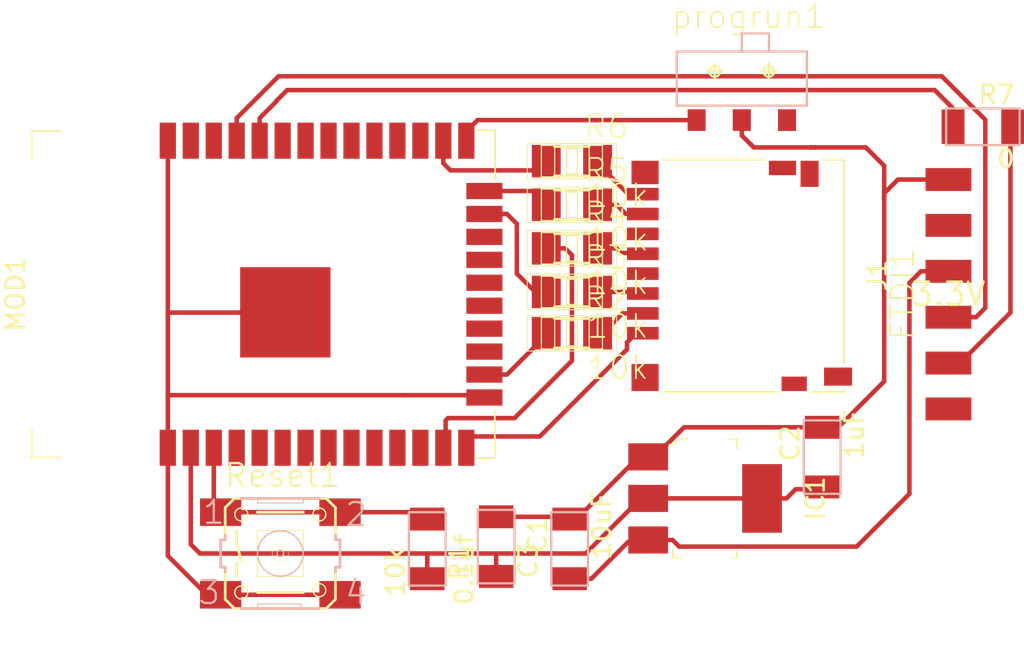
<source format=kicad_pcb>
(kicad_pcb (version 20171130) (host pcbnew "(5.1.4-0-10_14)")

  (general
    (thickness 1.6)
    (drawings 2)
    (tracks 112)
    (zones 0)
    (modules 16)
    (nets 52)
  )

  (page A4)
  (layers
    (0 F.Cu signal)
    (31 B.Cu signal)
    (32 B.Adhes user)
    (33 F.Adhes user)
    (34 B.Paste user)
    (35 F.Paste user)
    (36 B.SilkS user)
    (37 F.SilkS user)
    (38 B.Mask user)
    (39 F.Mask user hide)
    (40 Dwgs.User user)
    (41 Cmts.User user)
    (42 Eco1.User user hide)
    (43 Eco2.User user hide)
    (44 Edge.Cuts user)
    (45 Margin user)
    (46 B.CrtYd user)
    (47 F.CrtYd user)
    (48 B.Fab user)
    (49 F.Fab user)
  )

  (setup
    (last_trace_width 0.25)
    (trace_clearance 0.2)
    (zone_clearance 0.508)
    (zone_45_only no)
    (trace_min 0.2)
    (via_size 0.8)
    (via_drill 0.4)
    (via_min_size 0.4)
    (via_min_drill 0.3)
    (uvia_size 0.3)
    (uvia_drill 0.1)
    (uvias_allowed no)
    (uvia_min_size 0.2)
    (uvia_min_drill 0.1)
    (edge_width 0.05)
    (segment_width 0.2)
    (pcb_text_width 0.3)
    (pcb_text_size 1.5 1.5)
    (mod_edge_width 0.12)
    (mod_text_size 1 1)
    (mod_text_width 0.15)
    (pad_size 1.524 1.524)
    (pad_drill 0.762)
    (pad_to_mask_clearance 0.051)
    (solder_mask_min_width 0.25)
    (aux_axis_origin 0 0)
    (visible_elements FFFFFF7F)
    (pcbplotparams
      (layerselection 0x010fc_ffffffff)
      (usegerberextensions false)
      (usegerberattributes false)
      (usegerberadvancedattributes false)
      (creategerberjobfile false)
      (excludeedgelayer true)
      (linewidth 0.100000)
      (plotframeref false)
      (viasonmask false)
      (mode 1)
      (useauxorigin false)
      (hpglpennumber 1)
      (hpglpenspeed 20)
      (hpglpendiameter 15.000000)
      (psnegative false)
      (psa4output false)
      (plotreference true)
      (plotvalue true)
      (plotinvisibletext false)
      (padsonsilk false)
      (subtractmaskfromsilk false)
      (outputformat 1)
      (mirror false)
      (drillshape 1)
      (scaleselection 1)
      (outputdirectory ""))
  )

  (net 0 "")
  (net 1 "Net-(C1-Pad1)")
  (net 2 GND)
  (net 3 /VCC3.3)
  (net 4 "Net-(FTDI1-Pad6)")
  (net 5 /RX)
  (net 6 /TX)
  (net 7 "Net-(FTDI1-Pad2)")
  (net 8 "Net-(MOD1-Pad25)")
  (net 9 "Net-(MOD1-Pad27)")
  (net 10 "Net-(MOD1-Pad28)")
  (net 11 "Net-(MOD1-Pad29)")
  (net 12 "Net-(MOD1-Pad30)")
  (net 13 "Net-(MOD1-Pad31)")
  (net 14 "Net-(MOD1-Pad32)")
  (net 15 "Net-(MOD1-Pad33)")
  (net 16 "Net-(MOD1-Pad36)")
  (net 17 "Net-(MOD1-Pad37)")
  (net 18 "Net-(MOD1-Pad12)")
  (net 19 "Net-(MOD1-Pad11)")
  (net 20 "Net-(MOD1-Pad10)")
  (net 21 "Net-(MOD1-Pad9)")
  (net 22 "Net-(MOD1-Pad8)")
  (net 23 "Net-(MOD1-Pad7)")
  (net 24 "Net-(MOD1-Pad6)")
  (net 25 "Net-(MOD1-Pad5)")
  (net 26 "Net-(MOD1-Pad4)")
  (net 27 /EN)
  (net 28 "Net-(MOD1-Pad22)")
  (net 29 "Net-(MOD1-Pad21)")
  (net 30 "Net-(MOD1-Pad20)")
  (net 31 "Net-(MOD1-Pad19)")
  (net 32 "Net-(MOD1-Pad18)")
  (net 33 "Net-(MOD1-Pad17)")
  (net 34 "Net-(J1-Pad10)")
  (net 35 "Net-(J1-Pad11)")
  (net 36 /Dat2)
  (net 37 "Net-(J1-Pad2)")
  (net 38 "Net-(J1-Pad3)")
  (net 39 "Net-(J1-Pad4)")
  (net 40 "Net-(J1-Pad5)")
  (net 41 "Net-(J1-Pad6)")
  (net 42 "Net-(J1-Pad7)")
  (net 43 "Net-(J1-Pad9)")
  (net 44 "Net-(J1-Pad8)")
  (net 45 /Dat1)
  (net 46 /CLK)
  (net 47 /Dat0)
  (net 48 /CMD)
  (net 49 /Dat3)
  (net 50 "Net-(progrun1-Pad1)")
  (net 51 "Net-(FTDI1-Pad5)")

  (net_class Default "This is the default net class."
    (clearance 0.2)
    (trace_width 0.25)
    (via_dia 0.8)
    (via_drill 0.4)
    (uvia_dia 0.3)
    (uvia_drill 0.1)
    (add_net /CLK)
    (add_net /CMD)
    (add_net /Dat0)
    (add_net /Dat1)
    (add_net /Dat2)
    (add_net /Dat3)
    (add_net /EN)
    (add_net /RX)
    (add_net /TX)
    (add_net /VCC3.3)
    (add_net GND)
    (add_net "Net-(C1-Pad1)")
    (add_net "Net-(FTDI1-Pad2)")
    (add_net "Net-(FTDI1-Pad5)")
    (add_net "Net-(FTDI1-Pad6)")
    (add_net "Net-(J1-Pad10)")
    (add_net "Net-(J1-Pad11)")
    (add_net "Net-(J1-Pad2)")
    (add_net "Net-(J1-Pad3)")
    (add_net "Net-(J1-Pad4)")
    (add_net "Net-(J1-Pad5)")
    (add_net "Net-(J1-Pad6)")
    (add_net "Net-(J1-Pad7)")
    (add_net "Net-(J1-Pad8)")
    (add_net "Net-(J1-Pad9)")
    (add_net "Net-(MOD1-Pad10)")
    (add_net "Net-(MOD1-Pad11)")
    (add_net "Net-(MOD1-Pad12)")
    (add_net "Net-(MOD1-Pad17)")
    (add_net "Net-(MOD1-Pad18)")
    (add_net "Net-(MOD1-Pad19)")
    (add_net "Net-(MOD1-Pad20)")
    (add_net "Net-(MOD1-Pad21)")
    (add_net "Net-(MOD1-Pad22)")
    (add_net "Net-(MOD1-Pad25)")
    (add_net "Net-(MOD1-Pad27)")
    (add_net "Net-(MOD1-Pad28)")
    (add_net "Net-(MOD1-Pad29)")
    (add_net "Net-(MOD1-Pad30)")
    (add_net "Net-(MOD1-Pad31)")
    (add_net "Net-(MOD1-Pad32)")
    (add_net "Net-(MOD1-Pad33)")
    (add_net "Net-(MOD1-Pad36)")
    (add_net "Net-(MOD1-Pad37)")
    (add_net "Net-(MOD1-Pad4)")
    (add_net "Net-(MOD1-Pad5)")
    (add_net "Net-(MOD1-Pad6)")
    (add_net "Net-(MOD1-Pad7)")
    (add_net "Net-(MOD1-Pad8)")
    (add_net "Net-(MOD1-Pad9)")
    (add_net "Net-(progrun1-Pad1)")
  )

  (module digikey-footprints:ESP32-WROOM-32D (layer F.Cu) (tedit 5D288F29) (tstamp 5DD469C1)
    (at 140.843 91.821 90)
    (path /5DD274AA)
    (attr smd)
    (fp_text reference MOD1 (at 0.01 -16.69 90) (layer F.SilkS)
      (effects (font (size 1 1) (thickness 0.15)))
    )
    (fp_text value ESP32-WROOM-32 (at 0 11.88 90) (layer F.Fab)
      (effects (font (size 1 1) (thickness 0.15)))
    )
    (fp_line (start 9 -15.748) (end 9 9.755) (layer F.Fab) (width 0.1))
    (fp_line (start -9 -15.745) (end 9 -15.745) (layer F.Fab) (width 0.1))
    (fp_line (start -9 -15.748) (end -9 9.755) (layer F.Fab) (width 0.1))
    (fp_line (start -9 9.755) (end 9 9.755) (layer F.Fab) (width 0.1))
    (fp_line (start -9.07 9.83) (end -6.42 9.83) (layer F.SilkS) (width 0.1))
    (fp_line (start -9.07 8.78) (end -9.07 9.83) (layer F.SilkS) (width 0.1))
    (fp_line (start 9.08 9.85) (end 6.38 9.85) (layer F.SilkS) (width 0.1))
    (fp_line (start 9.08 8.81) (end 9.08 9.85) (layer F.SilkS) (width 0.1))
    (fp_line (start -9.04 -15.79) (end -7.41 -15.79) (layer F.SilkS) (width 0.1))
    (fp_line (start -9.04 -14.16) (end -9.04 -15.79) (layer F.SilkS) (width 0.1))
    (fp_line (start 9.03 -15.79) (end 7.39 -15.79) (layer F.SilkS) (width 0.1))
    (fp_line (start 9.03 -14.17) (end 9.03 -15.79) (layer F.SilkS) (width 0.1))
    (fp_text user REF** (at 0.01 -5.37 90) (layer F.Fab)
      (effects (font (size 1 1) (thickness 0.15)))
    )
    (fp_line (start 9.74 -16.04) (end -9.74 -16.04) (layer F.CrtYd) (width 0.1))
    (fp_line (start -9.77 -16.04) (end -9.77 10.47) (layer F.CrtYd) (width 0.1))
    (fp_line (start -9.77 10.47) (end 9.73 10.46) (layer F.CrtYd) (width 0.1))
    (fp_line (start 9.74 10.46) (end 9.74 -16.02) (layer F.CrtYd) (width 0.1))
    (pad 39 smd rect (at -1 -1.755 90) (size 5 5) (layers F.Cu F.Paste F.Mask)
      (net 2 GND))
    (pad 25 smd rect (at 8.5 8.255 90) (size 2 0.9) (layers F.Cu F.Paste F.Mask)
      (net 8 "Net-(MOD1-Pad25)"))
    (pad 26 smd rect (at 8.5 6.985 90) (size 2 0.9) (layers F.Cu F.Paste F.Mask)
      (net 45 /Dat1))
    (pad 27 smd rect (at 8.5 5.715 90) (size 2 0.9) (layers F.Cu F.Paste F.Mask)
      (net 9 "Net-(MOD1-Pad27)"))
    (pad 28 smd rect (at 8.5 4.445 90) (size 2 0.9) (layers F.Cu F.Paste F.Mask)
      (net 10 "Net-(MOD1-Pad28)"))
    (pad 29 smd rect (at 8.5 3.175 90) (size 2 0.9) (layers F.Cu F.Paste F.Mask)
      (net 11 "Net-(MOD1-Pad29)"))
    (pad 30 smd rect (at 8.5 1.905 90) (size 2 0.9) (layers F.Cu F.Paste F.Mask)
      (net 12 "Net-(MOD1-Pad30)"))
    (pad 31 smd rect (at 8.5 0.635 90) (size 2 0.9) (layers F.Cu F.Paste F.Mask)
      (net 13 "Net-(MOD1-Pad31)"))
    (pad 32 smd rect (at 8.5 -0.635 90) (size 2 0.9) (layers F.Cu F.Paste F.Mask)
      (net 14 "Net-(MOD1-Pad32)"))
    (pad 33 smd rect (at 8.5 -1.905 90) (size 2 0.9) (layers F.Cu F.Paste F.Mask)
      (net 15 "Net-(MOD1-Pad33)"))
    (pad 34 smd rect (at 8.5 -3.175 90) (size 2 0.9) (layers F.Cu F.Paste F.Mask)
      (net 5 /RX))
    (pad 35 smd rect (at 8.5 -4.445 90) (size 2 0.9) (layers F.Cu F.Paste F.Mask)
      (net 6 /TX))
    (pad 36 smd rect (at 8.5 -5.715 90) (size 2 0.9) (layers F.Cu F.Paste F.Mask)
      (net 16 "Net-(MOD1-Pad36)"))
    (pad 37 smd rect (at 8.5 -6.985 90) (size 2 0.9) (layers F.Cu F.Paste F.Mask)
      (net 17 "Net-(MOD1-Pad37)"))
    (pad 38 smd rect (at 8.5 -8.255 90) (size 2 0.9) (layers F.Cu F.Paste F.Mask)
      (net 2 GND))
    (pad 14 smd rect (at -8.5 8.255 90) (size 2 0.9) (layers F.Cu F.Paste F.Mask)
      (net 36 /Dat2))
    (pad 13 smd rect (at -8.5 6.985 90) (size 2 0.9) (layers F.Cu F.Paste F.Mask)
      (net 46 /CLK))
    (pad 12 smd rect (at -8.5 5.715 90) (size 2 0.9) (layers F.Cu F.Paste F.Mask)
      (net 18 "Net-(MOD1-Pad12)"))
    (pad 11 smd rect (at -8.5 4.445 90) (size 2 0.9) (layers F.Cu F.Paste F.Mask)
      (net 19 "Net-(MOD1-Pad11)"))
    (pad 10 smd rect (at -8.5 3.175 90) (size 2 0.9) (layers F.Cu F.Paste F.Mask)
      (net 20 "Net-(MOD1-Pad10)"))
    (pad 9 smd rect (at -8.5 1.905 90) (size 2 0.9) (layers F.Cu F.Paste F.Mask)
      (net 21 "Net-(MOD1-Pad9)"))
    (pad 8 smd rect (at -8.5 0.635 90) (size 2 0.9) (layers F.Cu F.Paste F.Mask)
      (net 22 "Net-(MOD1-Pad8)"))
    (pad 7 smd rect (at -8.5 -0.635 90) (size 2 0.9) (layers F.Cu F.Paste F.Mask)
      (net 23 "Net-(MOD1-Pad7)"))
    (pad 6 smd rect (at -8.5 -1.905 90) (size 2 0.9) (layers F.Cu F.Paste F.Mask)
      (net 24 "Net-(MOD1-Pad6)"))
    (pad 5 smd rect (at -8.5 -3.175 90) (size 2 0.9) (layers F.Cu F.Paste F.Mask)
      (net 25 "Net-(MOD1-Pad5)"))
    (pad 4 smd rect (at -8.5 -4.445 90) (size 2 0.9) (layers F.Cu F.Paste F.Mask)
      (net 26 "Net-(MOD1-Pad4)"))
    (pad 3 smd rect (at -8.5 -5.715 90) (size 2 0.9) (layers F.Cu F.Paste F.Mask)
      (net 27 /EN))
    (pad 2 smd rect (at -8.5 -6.985 90) (size 2 0.9) (layers F.Cu F.Paste F.Mask)
      (net 3 /VCC3.3))
    (pad 24 smd rect (at 5.715 9.255 180) (size 2 0.9) (layers F.Cu F.Paste F.Mask)
      (net 47 /Dat0))
    (pad 23 smd rect (at 4.445 9.255 180) (size 2 0.9) (layers F.Cu F.Paste F.Mask)
      (net 48 /CMD))
    (pad 22 smd rect (at 3.175 9.255 180) (size 2 0.9) (layers F.Cu F.Paste F.Mask)
      (net 28 "Net-(MOD1-Pad22)"))
    (pad 21 smd rect (at 1.905 9.255 180) (size 2 0.9) (layers F.Cu F.Paste F.Mask)
      (net 29 "Net-(MOD1-Pad21)"))
    (pad 20 smd rect (at 0.635 9.255 180) (size 2 0.9) (layers F.Cu F.Paste F.Mask)
      (net 30 "Net-(MOD1-Pad20)"))
    (pad 19 smd rect (at -0.635 9.255 180) (size 2 0.9) (layers F.Cu F.Paste F.Mask)
      (net 31 "Net-(MOD1-Pad19)"))
    (pad 18 smd rect (at -1.905 9.255 180) (size 2 0.9) (layers F.Cu F.Paste F.Mask)
      (net 32 "Net-(MOD1-Pad18)"))
    (pad 17 smd rect (at -3.175 9.255 180) (size 2 0.9) (layers F.Cu F.Paste F.Mask)
      (net 33 "Net-(MOD1-Pad17)"))
    (pad 16 smd rect (at -4.445 9.255 180) (size 2 0.9) (layers F.Cu F.Paste F.Mask)
      (net 49 /Dat3))
    (pad 15 smd rect (at -5.715 9.255 180) (size 2 0.9) (layers F.Cu F.Paste F.Mask)
      (net 2 GND))
    (pad 1 smd rect (at -8.5 -8.255 90) (size 2 0.9) (layers F.Cu F.Paste F.Mask)
      (net 2 GND))
  )

  (module fab:fab-R1206FAB (layer F.Cu) (tedit 200000) (tstamp 5DD564D8)
    (at 177.673 82.55)
    (path /5DDA40D0)
    (attr smd)
    (fp_text reference R7 (at 0.762 -1.778) (layer F.SilkS)
      (effects (font (size 1.016 1.016) (thickness 0.1524)))
    )
    (fp_text value 0 (at 1.27 1.778) (layer F.SilkS)
      (effects (font (size 1.016 1.016) (thickness 0.1524)))
    )
    (fp_line (start -2.032 1.016) (end -2.032 -1.016) (layer B.SilkS) (width 0.127))
    (fp_line (start 2.032 1.016) (end -2.032 1.016) (layer B.SilkS) (width 0.127))
    (fp_line (start 2.032 -1.016) (end 2.032 1.016) (layer B.SilkS) (width 0.127))
    (fp_line (start -2.032 -1.016) (end 2.032 -1.016) (layer B.SilkS) (width 0.127))
    (pad 2 smd rect (at 1.651 0) (size 1.27 1.905) (layers F.Cu F.Paste F.Mask)
      (net 51 "Net-(FTDI1-Pad5)"))
    (pad 1 smd rect (at -1.651 0) (size 1.27 1.905) (layers F.Cu F.Paste F.Mask)
      (net 5 /RX))
  )

  (module fab:fab-R1206 (layer F.Cu) (tedit 200000) (tstamp 5DD51924)
    (at 154.94 84.455)
    (descr RESISTOR)
    (tags RESISTOR)
    (path /5DD76AC2)
    (attr smd)
    (fp_text reference R6 (at 1.905 -1.905) (layer F.SilkS)
      (effects (font (size 1.27 1.27) (thickness 0.1016)))
    )
    (fp_text value 10k (at 2.54 1.905) (layer F.SilkS)
      (effects (font (size 1.27 1.27) (thickness 0.1016)))
    )
    (fp_line (start -2.47142 0.98298) (end -2.47142 -0.98298) (layer F.SilkS) (width 0.0508))
    (fp_line (start 2.47142 0.98298) (end -2.47142 0.98298) (layer F.SilkS) (width 0.0508))
    (fp_line (start 2.47142 -0.98298) (end 2.47142 0.98298) (layer F.SilkS) (width 0.0508))
    (fp_line (start -2.47142 -0.98298) (end 2.47142 -0.98298) (layer F.SilkS) (width 0.0508))
    (fp_line (start 0.9525 -0.8128) (end -0.9652 -0.8128) (layer F.SilkS) (width 0.1524))
    (fp_line (start 0.9525 0.8128) (end -0.9652 0.8128) (layer F.SilkS) (width 0.1524))
    (fp_line (start -0.29972 0.6985) (end -0.29972 -0.6985) (layer F.SilkS) (width 0.06604))
    (fp_line (start -0.29972 -0.6985) (end 0.29972 -0.6985) (layer F.SilkS) (width 0.06604))
    (fp_line (start 0.29972 0.6985) (end 0.29972 -0.6985) (layer F.SilkS) (width 0.06604))
    (fp_line (start -0.29972 0.6985) (end 0.29972 0.6985) (layer F.SilkS) (width 0.06604))
    (fp_line (start 0.9525 0.8763) (end 0.9525 -0.8763) (layer F.SilkS) (width 0.06604))
    (fp_line (start 0.9525 -0.8763) (end 1.6891 -0.8763) (layer F.SilkS) (width 0.06604))
    (fp_line (start 1.6891 0.8763) (end 1.6891 -0.8763) (layer F.SilkS) (width 0.06604))
    (fp_line (start 0.9525 0.8763) (end 1.6891 0.8763) (layer F.SilkS) (width 0.06604))
    (fp_line (start -1.6891 0.8763) (end -1.6891 -0.8763) (layer F.SilkS) (width 0.06604))
    (fp_line (start -1.6891 -0.8763) (end -0.9525 -0.8763) (layer F.SilkS) (width 0.06604))
    (fp_line (start -0.9525 0.8763) (end -0.9525 -0.8763) (layer F.SilkS) (width 0.06604))
    (fp_line (start -1.6891 0.8763) (end -0.9525 0.8763) (layer F.SilkS) (width 0.06604))
    (pad 2 smd rect (at 1.41986 0) (size 1.59766 1.80086) (layers F.Cu F.Paste F.Mask)
      (net 44 "Net-(J1-Pad8)"))
    (pad 1 smd rect (at -1.41986 0) (size 1.59766 1.80086) (layers F.Cu F.Paste F.Mask)
      (net 45 /Dat1))
  )

  (module fab:fab-R1206 (layer F.Cu) (tedit 200000) (tstamp 5DD5190C)
    (at 154.94 86.868)
    (descr RESISTOR)
    (tags RESISTOR)
    (path /5DD760F3)
    (attr smd)
    (fp_text reference R5 (at 1.905 -1.905) (layer F.SilkS)
      (effects (font (size 1.27 1.27) (thickness 0.1016)))
    )
    (fp_text value 10k (at 2.54 1.905) (layer F.SilkS)
      (effects (font (size 1.27 1.27) (thickness 0.1016)))
    )
    (fp_line (start -2.47142 0.98298) (end -2.47142 -0.98298) (layer F.SilkS) (width 0.0508))
    (fp_line (start 2.47142 0.98298) (end -2.47142 0.98298) (layer F.SilkS) (width 0.0508))
    (fp_line (start 2.47142 -0.98298) (end 2.47142 0.98298) (layer F.SilkS) (width 0.0508))
    (fp_line (start -2.47142 -0.98298) (end 2.47142 -0.98298) (layer F.SilkS) (width 0.0508))
    (fp_line (start 0.9525 -0.8128) (end -0.9652 -0.8128) (layer F.SilkS) (width 0.1524))
    (fp_line (start 0.9525 0.8128) (end -0.9652 0.8128) (layer F.SilkS) (width 0.1524))
    (fp_line (start -0.29972 0.6985) (end -0.29972 -0.6985) (layer F.SilkS) (width 0.06604))
    (fp_line (start -0.29972 -0.6985) (end 0.29972 -0.6985) (layer F.SilkS) (width 0.06604))
    (fp_line (start 0.29972 0.6985) (end 0.29972 -0.6985) (layer F.SilkS) (width 0.06604))
    (fp_line (start -0.29972 0.6985) (end 0.29972 0.6985) (layer F.SilkS) (width 0.06604))
    (fp_line (start 0.9525 0.8763) (end 0.9525 -0.8763) (layer F.SilkS) (width 0.06604))
    (fp_line (start 0.9525 -0.8763) (end 1.6891 -0.8763) (layer F.SilkS) (width 0.06604))
    (fp_line (start 1.6891 0.8763) (end 1.6891 -0.8763) (layer F.SilkS) (width 0.06604))
    (fp_line (start 0.9525 0.8763) (end 1.6891 0.8763) (layer F.SilkS) (width 0.06604))
    (fp_line (start -1.6891 0.8763) (end -1.6891 -0.8763) (layer F.SilkS) (width 0.06604))
    (fp_line (start -1.6891 -0.8763) (end -0.9525 -0.8763) (layer F.SilkS) (width 0.06604))
    (fp_line (start -0.9525 0.8763) (end -0.9525 -0.8763) (layer F.SilkS) (width 0.06604))
    (fp_line (start -1.6891 0.8763) (end -0.9525 0.8763) (layer F.SilkS) (width 0.06604))
    (pad 2 smd rect (at 1.41986 0) (size 1.59766 1.80086) (layers F.Cu F.Paste F.Mask)
      (net 42 "Net-(J1-Pad7)"))
    (pad 1 smd rect (at -1.41986 0) (size 1.59766 1.80086) (layers F.Cu F.Paste F.Mask)
      (net 47 /Dat0))
  )

  (module fab:fab-R1206 (layer F.Cu) (tedit 200000) (tstamp 5DD518F4)
    (at 154.94 89.281)
    (descr RESISTOR)
    (tags RESISTOR)
    (path /5DD736F5)
    (attr smd)
    (fp_text reference R4 (at 1.905 -1.905) (layer F.SilkS)
      (effects (font (size 1.27 1.27) (thickness 0.1016)))
    )
    (fp_text value 10k (at 2.54 1.905) (layer F.SilkS)
      (effects (font (size 1.27 1.27) (thickness 0.1016)))
    )
    (fp_line (start -2.47142 0.98298) (end -2.47142 -0.98298) (layer F.SilkS) (width 0.0508))
    (fp_line (start 2.47142 0.98298) (end -2.47142 0.98298) (layer F.SilkS) (width 0.0508))
    (fp_line (start 2.47142 -0.98298) (end 2.47142 0.98298) (layer F.SilkS) (width 0.0508))
    (fp_line (start -2.47142 -0.98298) (end 2.47142 -0.98298) (layer F.SilkS) (width 0.0508))
    (fp_line (start 0.9525 -0.8128) (end -0.9652 -0.8128) (layer F.SilkS) (width 0.1524))
    (fp_line (start 0.9525 0.8128) (end -0.9652 0.8128) (layer F.SilkS) (width 0.1524))
    (fp_line (start -0.29972 0.6985) (end -0.29972 -0.6985) (layer F.SilkS) (width 0.06604))
    (fp_line (start -0.29972 -0.6985) (end 0.29972 -0.6985) (layer F.SilkS) (width 0.06604))
    (fp_line (start 0.29972 0.6985) (end 0.29972 -0.6985) (layer F.SilkS) (width 0.06604))
    (fp_line (start -0.29972 0.6985) (end 0.29972 0.6985) (layer F.SilkS) (width 0.06604))
    (fp_line (start 0.9525 0.8763) (end 0.9525 -0.8763) (layer F.SilkS) (width 0.06604))
    (fp_line (start 0.9525 -0.8763) (end 1.6891 -0.8763) (layer F.SilkS) (width 0.06604))
    (fp_line (start 1.6891 0.8763) (end 1.6891 -0.8763) (layer F.SilkS) (width 0.06604))
    (fp_line (start 0.9525 0.8763) (end 1.6891 0.8763) (layer F.SilkS) (width 0.06604))
    (fp_line (start -1.6891 0.8763) (end -1.6891 -0.8763) (layer F.SilkS) (width 0.06604))
    (fp_line (start -1.6891 -0.8763) (end -0.9525 -0.8763) (layer F.SilkS) (width 0.06604))
    (fp_line (start -0.9525 0.8763) (end -0.9525 -0.8763) (layer F.SilkS) (width 0.06604))
    (fp_line (start -1.6891 0.8763) (end -0.9525 0.8763) (layer F.SilkS) (width 0.06604))
    (pad 2 smd rect (at 1.41986 0) (size 1.59766 1.80086) (layers F.Cu F.Paste F.Mask)
      (net 40 "Net-(J1-Pad5)"))
    (pad 1 smd rect (at -1.41986 0) (size 1.59766 1.80086) (layers F.Cu F.Paste F.Mask)
      (net 46 /CLK))
  )

  (module fab:fab-R1206 (layer F.Cu) (tedit 200000) (tstamp 5DD518DC)
    (at 154.94 91.694)
    (descr RESISTOR)
    (tags RESISTOR)
    (path /5DD697EA)
    (attr smd)
    (fp_text reference R3 (at 1.905 -1.905) (layer F.SilkS)
      (effects (font (size 1.27 1.27) (thickness 0.1016)))
    )
    (fp_text value 10k (at 2.54 1.905) (layer F.SilkS)
      (effects (font (size 1.27 1.27) (thickness 0.1016)))
    )
    (fp_line (start -2.47142 0.98298) (end -2.47142 -0.98298) (layer F.SilkS) (width 0.0508))
    (fp_line (start 2.47142 0.98298) (end -2.47142 0.98298) (layer F.SilkS) (width 0.0508))
    (fp_line (start 2.47142 -0.98298) (end 2.47142 0.98298) (layer F.SilkS) (width 0.0508))
    (fp_line (start -2.47142 -0.98298) (end 2.47142 -0.98298) (layer F.SilkS) (width 0.0508))
    (fp_line (start 0.9525 -0.8128) (end -0.9652 -0.8128) (layer F.SilkS) (width 0.1524))
    (fp_line (start 0.9525 0.8128) (end -0.9652 0.8128) (layer F.SilkS) (width 0.1524))
    (fp_line (start -0.29972 0.6985) (end -0.29972 -0.6985) (layer F.SilkS) (width 0.06604))
    (fp_line (start -0.29972 -0.6985) (end 0.29972 -0.6985) (layer F.SilkS) (width 0.06604))
    (fp_line (start 0.29972 0.6985) (end 0.29972 -0.6985) (layer F.SilkS) (width 0.06604))
    (fp_line (start -0.29972 0.6985) (end 0.29972 0.6985) (layer F.SilkS) (width 0.06604))
    (fp_line (start 0.9525 0.8763) (end 0.9525 -0.8763) (layer F.SilkS) (width 0.06604))
    (fp_line (start 0.9525 -0.8763) (end 1.6891 -0.8763) (layer F.SilkS) (width 0.06604))
    (fp_line (start 1.6891 0.8763) (end 1.6891 -0.8763) (layer F.SilkS) (width 0.06604))
    (fp_line (start 0.9525 0.8763) (end 1.6891 0.8763) (layer F.SilkS) (width 0.06604))
    (fp_line (start -1.6891 0.8763) (end -1.6891 -0.8763) (layer F.SilkS) (width 0.06604))
    (fp_line (start -1.6891 -0.8763) (end -0.9525 -0.8763) (layer F.SilkS) (width 0.06604))
    (fp_line (start -0.9525 0.8763) (end -0.9525 -0.8763) (layer F.SilkS) (width 0.06604))
    (fp_line (start -1.6891 0.8763) (end -0.9525 0.8763) (layer F.SilkS) (width 0.06604))
    (pad 2 smd rect (at 1.41986 0) (size 1.59766 1.80086) (layers F.Cu F.Paste F.Mask)
      (net 38 "Net-(J1-Pad3)"))
    (pad 1 smd rect (at -1.41986 0) (size 1.59766 1.80086) (layers F.Cu F.Paste F.Mask)
      (net 48 /CMD))
  )

  (module fab:fab-R1206 (layer F.Cu) (tedit 200000) (tstamp 5DD518C4)
    (at 154.94 93.98)
    (descr RESISTOR)
    (tags RESISTOR)
    (path /5DD68BCE)
    (attr smd)
    (fp_text reference R2 (at 1.905 -1.905) (layer F.SilkS)
      (effects (font (size 1.27 1.27) (thickness 0.1016)))
    )
    (fp_text value 10k (at 2.54 1.905) (layer F.SilkS)
      (effects (font (size 1.27 1.27) (thickness 0.1016)))
    )
    (fp_line (start -2.47142 0.98298) (end -2.47142 -0.98298) (layer F.SilkS) (width 0.0508))
    (fp_line (start 2.47142 0.98298) (end -2.47142 0.98298) (layer F.SilkS) (width 0.0508))
    (fp_line (start 2.47142 -0.98298) (end 2.47142 0.98298) (layer F.SilkS) (width 0.0508))
    (fp_line (start -2.47142 -0.98298) (end 2.47142 -0.98298) (layer F.SilkS) (width 0.0508))
    (fp_line (start 0.9525 -0.8128) (end -0.9652 -0.8128) (layer F.SilkS) (width 0.1524))
    (fp_line (start 0.9525 0.8128) (end -0.9652 0.8128) (layer F.SilkS) (width 0.1524))
    (fp_line (start -0.29972 0.6985) (end -0.29972 -0.6985) (layer F.SilkS) (width 0.06604))
    (fp_line (start -0.29972 -0.6985) (end 0.29972 -0.6985) (layer F.SilkS) (width 0.06604))
    (fp_line (start 0.29972 0.6985) (end 0.29972 -0.6985) (layer F.SilkS) (width 0.06604))
    (fp_line (start -0.29972 0.6985) (end 0.29972 0.6985) (layer F.SilkS) (width 0.06604))
    (fp_line (start 0.9525 0.8763) (end 0.9525 -0.8763) (layer F.SilkS) (width 0.06604))
    (fp_line (start 0.9525 -0.8763) (end 1.6891 -0.8763) (layer F.SilkS) (width 0.06604))
    (fp_line (start 1.6891 0.8763) (end 1.6891 -0.8763) (layer F.SilkS) (width 0.06604))
    (fp_line (start 0.9525 0.8763) (end 1.6891 0.8763) (layer F.SilkS) (width 0.06604))
    (fp_line (start -1.6891 0.8763) (end -1.6891 -0.8763) (layer F.SilkS) (width 0.06604))
    (fp_line (start -1.6891 -0.8763) (end -0.9525 -0.8763) (layer F.SilkS) (width 0.06604))
    (fp_line (start -0.9525 0.8763) (end -0.9525 -0.8763) (layer F.SilkS) (width 0.06604))
    (fp_line (start -1.6891 0.8763) (end -0.9525 0.8763) (layer F.SilkS) (width 0.06604))
    (pad 2 smd rect (at 1.41986 0) (size 1.59766 1.80086) (layers F.Cu F.Paste F.Mask)
      (net 37 "Net-(J1-Pad2)"))
    (pad 1 smd rect (at -1.41986 0) (size 1.59766 1.80086) (layers F.Cu F.Paste F.Mask)
      (net 49 /Dat3))
  )

  (module Connector_Card:microSD_HC_Hirose_DM3D-SF (layer F.Cu) (tedit 5B82D16A) (tstamp 5DD517FA)
    (at 164.211 90.805 270)
    (descr "Micro SD, SMD, right-angle, push-pull (https://media.digikey.com/PDF/Data%20Sheets/Hirose%20PDFs/DM3D-SF.pdf)")
    (tags "Micro SD")
    (path /5DD70257)
    (attr smd)
    (fp_text reference J1 (at -0.025 -7.625 90) (layer F.SilkS)
      (effects (font (size 1 1) (thickness 0.15)))
    )
    (fp_text value Micro_SD_Card_Det_Hirose_DM3AT (at -0.025 6.975 90) (layer F.Fab)
      (effects (font (size 1 1) (thickness 0.15)))
    )
    (fp_arc (start 5.475 5.475) (end 5.475 5.725) (angle 90) (layer F.Fab) (width 0.1))
    (fp_arc (start 4.725 4.425) (end 4.725 3.925) (angle 90) (layer F.Fab) (width 0.1))
    (fp_arc (start -5.525 5.475) (end -5.275 5.475) (angle 90) (layer F.Fab) (width 0.1))
    (fp_arc (start -4.775 4.425) (end -5.275 4.425) (angle 90) (layer F.Fab) (width 0.1))
    (fp_arc (start -5.025 9.575) (end -5.025 10.075) (angle 90) (layer F.Fab) (width 0.1))
    (fp_arc (start 4.975 9.575) (end 5.475 9.575) (angle 90) (layer F.Fab) (width 0.1))
    (fp_line (start 6.325 -5.785) (end 6.435 -5.785) (layer F.SilkS) (width 0.12))
    (fp_line (start 0.525 -5.725) (end -1.975 -5.725) (layer Dwgs.User) (width 0.1))
    (fp_line (start 6.375 5.725) (end 6.375 -5.725) (layer F.Fab) (width 0.1))
    (fp_line (start 3.575 0.475) (end 3.575 -1.525) (layer Dwgs.User) (width 0.1))
    (fp_line (start 3.075 0.475) (end 3.575 -0.975) (layer Dwgs.User) (width 0.1))
    (fp_line (start 2.575 0.475) (end 3.275 -1.525) (layer Dwgs.User) (width 0.1))
    (fp_line (start 2.075 0.475) (end 2.775 -1.525) (layer Dwgs.User) (width 0.1))
    (fp_line (start 1.575 0.475) (end 2.275 -1.525) (layer Dwgs.User) (width 0.1))
    (fp_line (start 1.075 0.475) (end 1.775 -1.525) (layer Dwgs.User) (width 0.1))
    (fp_line (start 0.575 0.475) (end 1.275 -1.525) (layer Dwgs.User) (width 0.1))
    (fp_line (start 0.075 0.475) (end 0.775 -1.525) (layer Dwgs.User) (width 0.1))
    (fp_line (start -0.425 0.475) (end 0.275 -1.525) (layer Dwgs.User) (width 0.1))
    (fp_line (start -0.925 0.475) (end -0.225 -1.525) (layer Dwgs.User) (width 0.1))
    (fp_line (start -1.425 0.475) (end -0.725 -1.525) (layer Dwgs.User) (width 0.1))
    (fp_line (start -1.925 0.475) (end -1.225 -1.525) (layer Dwgs.User) (width 0.1))
    (fp_line (start -2.425 0.475) (end -1.725 -1.525) (layer Dwgs.User) (width 0.1))
    (fp_line (start -2.925 0.475) (end -2.225 -1.525) (layer Dwgs.User) (width 0.1))
    (fp_line (start -3.425 0.475) (end -2.725 -1.525) (layer Dwgs.User) (width 0.1))
    (fp_line (start -4.425 0.475) (end -3.725 -1.525) (layer Dwgs.User) (width 0.1))
    (fp_line (start -6.375 5.725) (end -6.375 -5.725) (layer F.Fab) (width 0.1))
    (fp_line (start -4.925 0.475) (end 3.575 0.475) (layer Dwgs.User) (width 0.1))
    (fp_line (start 0.525 -3.875) (end -1.975 -3.875) (layer Dwgs.User) (width 0.1))
    (fp_line (start -4.925 -1.525) (end 3.575 -1.525) (layer Dwgs.User) (width 0.1))
    (fp_line (start -6.92 -6.72) (end 6.88 -6.72) (layer F.CrtYd) (width 0.05))
    (fp_line (start 6.88 -6.72) (end 6.88 6.28) (layer F.CrtYd) (width 0.05))
    (fp_line (start 6.88 6.28) (end -6.92 6.28) (layer F.CrtYd) (width 0.05))
    (fp_line (start -6.92 6.28) (end -6.92 -6.72) (layer F.CrtYd) (width 0.05))
    (fp_line (start -4.925 -1.525) (end -4.925 0.475) (layer Dwgs.User) (width 0.1))
    (fp_line (start -4.925 0.475) (end -4.225 -1.525) (layer Dwgs.User) (width 0.1))
    (fp_line (start -4.225 -1.525) (end -3.725 -1.525) (layer Dwgs.User) (width 0.1))
    (fp_line (start -3.925 0.475) (end -3.225 -1.525) (layer Dwgs.User) (width 0.1))
    (fp_line (start -3.225 -1.525) (end -2.725 -1.525) (layer Dwgs.User) (width 0.1))
    (fp_line (start -6.375 -5.725) (end 6.375 -5.725) (layer F.Fab) (width 0.1))
    (fp_line (start -1.975 -5.725) (end -1.975 -3.875) (layer Dwgs.User) (width 0.1))
    (fp_line (start 0.525 -3.875) (end 0.525 -5.725) (layer Dwgs.User) (width 0.1))
    (fp_line (start -1.925 -3.875) (end -1.525 -5.725) (layer Dwgs.User) (width 0.1))
    (fp_line (start -1.025 -5.725) (end -1.525 -3.875) (layer Dwgs.User) (width 0.1))
    (fp_line (start -1.025 -3.875) (end -0.525 -5.725) (layer Dwgs.User) (width 0.1))
    (fp_line (start -0.025 -5.725) (end -0.525 -3.875) (layer Dwgs.User) (width 0.1))
    (fp_line (start -0.025 -3.875) (end 0.475 -5.725) (layer Dwgs.User) (width 0.1))
    (fp_line (start -5.525 -6.975) (end 4.175 -6.975) (layer F.Fab) (width 0.1))
    (fp_line (start 4.175 -5.725) (end 4.175 -6.975) (layer F.Fab) (width 0.1))
    (fp_line (start -5.525 -5.725) (end -5.525 -6.975) (layer F.Fab) (width 0.1))
    (fp_line (start -4.775 3.925) (end 4.725 3.925) (layer F.Fab) (width 0.1))
    (fp_line (start -6.375 5.725) (end -5.525 5.725) (layer F.Fab) (width 0.1))
    (fp_line (start -5.275 5.475) (end -5.275 4.425) (layer F.Fab) (width 0.1))
    (fp_line (start 5.225 5.475) (end 5.225 4.425) (layer F.Fab) (width 0.1))
    (fp_line (start 5.475 5.725) (end 6.375 5.725) (layer F.Fab) (width 0.1))
    (fp_line (start -5.525 5.725) (end -5.525 9.575) (layer F.Fab) (width 0.1))
    (fp_line (start -5.025 10.075) (end 4.975 10.075) (layer F.Fab) (width 0.1))
    (fp_line (start 5.475 9.575) (end 5.475 5.725) (layer F.Fab) (width 0.1))
    (fp_line (start -6.435 -4.625) (end -6.435 -5.785) (layer F.SilkS) (width 0.12))
    (fp_line (start -6.435 -5.785) (end 4.825 -5.785) (layer F.SilkS) (width 0.12))
    (fp_line (start 6.435 -5.785) (end 6.435 -3.975) (layer F.SilkS) (width 0.12))
    (fp_line (start -6.435 -1.375) (end -6.435 4.225) (layer F.SilkS) (width 0.12))
    (fp_line (start 6.435 -2.075) (end 6.435 4.225) (layer F.SilkS) (width 0.12))
    (fp_text user KEEPOUT (at -0.725 -4.8 90) (layer Cmts.User)
      (effects (font (size 0.4 0.4) (thickness 0.06)))
    )
    (fp_text user %R (at -0.025 1.475 90) (layer F.Fab)
      (effects (font (size 1 1) (thickness 0.1)))
    )
    (fp_text user KEEPOUT (at -0.275 -0.525 90) (layer Cmts.User)
      (effects (font (size 1 1) (thickness 0.1)))
    )
    (pad 10 smd rect (at 5.575 -5.45 270) (size 1 1.55) (layers F.Cu F.Paste F.Mask)
      (net 34 "Net-(J1-Pad10)"))
    (pad 11 smd rect (at 5.625 5.225 270) (size 1.5 1.5) (layers F.Cu F.Paste F.Mask)
      (net 35 "Net-(J1-Pad11)"))
    (pad 1 smd rect (at 3.175 5.35 270) (size 0.7 1.75) (layers F.Cu F.Paste F.Mask)
      (net 36 /Dat2))
    (pad 2 smd rect (at 2.075 5.35 270) (size 0.7 1.75) (layers F.Cu F.Paste F.Mask)
      (net 37 "Net-(J1-Pad2)"))
    (pad 3 smd rect (at 0.975 5.35 270) (size 0.7 1.75) (layers F.Cu F.Paste F.Mask)
      (net 38 "Net-(J1-Pad3)"))
    (pad 4 smd rect (at -0.125 5.35 270) (size 0.7 1.75) (layers F.Cu F.Paste F.Mask)
      (net 39 "Net-(J1-Pad4)"))
    (pad 5 smd rect (at -1.225 5.35 270) (size 0.7 1.75) (layers F.Cu F.Paste F.Mask)
      (net 40 "Net-(J1-Pad5)"))
    (pad 6 smd rect (at -2.325 5.35 270) (size 0.7 1.75) (layers F.Cu F.Paste F.Mask)
      (net 41 "Net-(J1-Pad6)"))
    (pad 7 smd rect (at -3.425 5.35 270) (size 0.7 1.75) (layers F.Cu F.Paste F.Mask)
      (net 42 "Net-(J1-Pad7)"))
    (pad 11 smd rect (at 5.975 -3.025 270) (size 0.8 1.4) (layers F.Cu F.Paste F.Mask)
      (net 35 "Net-(J1-Pad11)"))
    (pad 9 smd rect (at -5.65 -3.875 270) (size 1.45 1) (layers F.Cu F.Paste F.Mask)
      (net 43 "Net-(J1-Pad9)"))
    (pad 11 smd rect (at -5.975 -2.375 270) (size 0.8 1.5) (layers F.Cu F.Paste F.Mask)
      (net 35 "Net-(J1-Pad11)"))
    (pad 11 smd rect (at -5.725 5.225 270) (size 1.3 1.5) (layers F.Cu F.Paste F.Mask)
      (net 35 "Net-(J1-Pad11)"))
    (pad 8 smd rect (at -4.525 5.35 270) (size 0.7 1.75) (layers F.Cu F.Paste F.Mask)
      (net 44 "Net-(J1-Pad8)"))
    (model ${KISYS3DMOD}/Connector_Card.3dshapes/microSD_HC_Hirose_DM3D-SF.wrl
      (at (xyz 0 0 0))
      (scale (xyz 1 1 1))
      (rotate (xyz 0 0 0))
    )
  )

  (module fab:fab-6MM_SWITCH (layer F.Cu) (tedit 200000) (tstamp 5DD46A1F)
    (at 138.811 106.172)
    (descr "OMRON SWITCH")
    (tags "OMRON SWITCH")
    (path /5DD2C20E)
    (attr smd)
    (fp_text reference Reset1 (at 0.127 -4.318) (layer F.SilkS)
      (effects (font (size 1.27 1.27) (thickness 0.127)))
    )
    (fp_text value " " (at 0.762 4.445) (layer F.SilkS)
      (effects (font (size 1.27 1.27) (thickness 0.127)))
    )
    (fp_text user 4 (at 4.191 2.159) (layer B.SilkS)
      (effects (font (size 1.27 1.27) (thickness 0.127)))
    )
    (fp_text user 3 (at -3.937 2.159) (layer B.SilkS)
      (effects (font (size 1.27 1.27) (thickness 0.127)))
    )
    (fp_text user 2 (at 4.191 -2.159) (layer B.SilkS)
      (effects (font (size 1.27 1.27) (thickness 0.127)))
    )
    (fp_text user 1 (at -3.683 -2.286) (layer B.SilkS)
      (effects (font (size 1.27 1.27) (thickness 0.127)))
    )
    (fp_circle (center 0 0) (end -0.127 0.127) (layer B.SilkS) (width 0.0762))
    (fp_circle (center 0 0) (end -0.3175 0.3175) (layer F.SilkS) (width 0.0254))
    (fp_circle (center -2.159 -2.159) (end -2.413 -2.413) (layer F.SilkS) (width 0.0762))
    (fp_circle (center 2.159 -2.159) (end 2.413 -2.413) (layer F.SilkS) (width 0.0762))
    (fp_circle (center 2.159 2.032) (end 2.413 2.286) (layer F.SilkS) (width 0.0762))
    (fp_circle (center -2.159 2.159) (end -2.413 2.413) (layer F.SilkS) (width 0.0762))
    (fp_circle (center 0 0) (end -0.889 0.889) (layer B.SilkS) (width 0.0762))
    (fp_line (start -2.413 -0.508) (end -2.159 0.381) (layer F.SilkS) (width 0.1524))
    (fp_line (start -2.413 0.508) (end -2.413 1.27) (layer F.SilkS) (width 0.1524))
    (fp_line (start -2.413 -1.27) (end -2.413 -0.508) (layer F.SilkS) (width 0.1524))
    (fp_line (start 1.27 -2.286) (end -1.27 -2.286) (layer F.SilkS) (width 0.1524))
    (fp_line (start -1.27 2.159) (end 1.27 2.159) (layer F.SilkS) (width 0.1524))
    (fp_line (start -3.048 -0.762) (end -3.048 -1.016) (layer B.SilkS) (width 0.1524))
    (fp_line (start -3.048 0.762) (end -3.048 1.016) (layer B.SilkS) (width 0.1524))
    (fp_line (start 3.048 -0.762) (end 3.048 -1.016) (layer B.SilkS) (width 0.1524))
    (fp_line (start 3.048 0.762) (end 3.048 1.016) (layer B.SilkS) (width 0.1524))
    (fp_line (start 1.143 3.048) (end 2.159 3.048) (layer B.SilkS) (width 0.1524))
    (fp_line (start -1.27 3.048) (end 1.143 3.048) (layer B.SilkS) (width 0.1524))
    (fp_line (start -1.27 -3.048) (end -2.159 -3.048) (layer B.SilkS) (width 0.1524))
    (fp_line (start 1.27 -3.048) (end -1.27 -3.048) (layer B.SilkS) (width 0.1524))
    (fp_line (start 2.159 -3.048) (end 1.27 -3.048) (layer B.SilkS) (width 0.1524))
    (fp_line (start 2.54 -3.048) (end 2.159 -3.048) (layer F.SilkS) (width 0.1524))
    (fp_line (start -2.54 -3.048) (end -2.159 -3.048) (layer F.SilkS) (width 0.1524))
    (fp_line (start -2.159 3.048) (end -1.27 3.048) (layer B.SilkS) (width 0.1524))
    (fp_line (start -2.54 3.048) (end -2.159 3.048) (layer F.SilkS) (width 0.1524))
    (fp_line (start 2.54 3.048) (end 2.159 3.048) (layer F.SilkS) (width 0.1524))
    (fp_line (start -1.27 2.794) (end -1.27 3.048) (layer B.SilkS) (width 0.0508))
    (fp_line (start 1.143 2.794) (end 1.143 3.048) (layer B.SilkS) (width 0.0508))
    (fp_line (start 1.143 2.794) (end -1.27 2.794) (layer B.SilkS) (width 0.0508))
    (fp_line (start 1.27 -2.794) (end 1.27 -3.048) (layer B.SilkS) (width 0.0508))
    (fp_line (start 1.27 -2.794) (end -1.27 -2.794) (layer B.SilkS) (width 0.0508))
    (fp_line (start -1.27 -3.048) (end -1.27 -2.794) (layer B.SilkS) (width 0.0508))
    (fp_line (start -1.27 -1.27) (end 1.27 -1.27) (layer F.SilkS) (width 0.0508))
    (fp_line (start 1.27 1.27) (end 1.27 -1.27) (layer F.SilkS) (width 0.0508))
    (fp_line (start 1.27 1.27) (end -1.27 1.27) (layer F.SilkS) (width 0.0508))
    (fp_line (start -1.27 -1.27) (end -1.27 1.27) (layer F.SilkS) (width 0.0508))
    (fp_line (start -3.048 2.54) (end -3.048 1.016) (layer F.SilkS) (width 0.1524))
    (fp_line (start -2.54 3.048) (end -3.048 2.54) (layer F.SilkS) (width 0.1524))
    (fp_line (start -3.048 -2.54) (end -3.048 -1.016) (layer F.SilkS) (width 0.1524))
    (fp_line (start -2.54 -3.048) (end -3.048 -2.54) (layer F.SilkS) (width 0.1524))
    (fp_line (start 3.048 2.54) (end 3.048 1.016) (layer F.SilkS) (width 0.1524))
    (fp_line (start 2.54 3.048) (end 3.048 2.54) (layer F.SilkS) (width 0.1524))
    (fp_line (start 3.048 -2.54) (end 2.54 -3.048) (layer F.SilkS) (width 0.1524))
    (fp_line (start -3.048 0.762) (end -3.302 0.762) (layer B.SilkS) (width 0.1524))
    (fp_line (start -3.302 -0.762) (end -3.302 0.762) (layer B.SilkS) (width 0.1524))
    (fp_line (start -3.302 -0.762) (end -3.048 -0.762) (layer B.SilkS) (width 0.1524))
    (fp_line (start 3.048 -1.016) (end 3.048 -2.54) (layer F.SilkS) (width 0.1524))
    (fp_line (start 3.048 -0.762) (end 3.302 -0.762) (layer B.SilkS) (width 0.1524))
    (fp_line (start 3.302 0.762) (end 3.302 -0.762) (layer B.SilkS) (width 0.1524))
    (fp_line (start 3.302 0.762) (end 3.048 0.762) (layer B.SilkS) (width 0.1524))
    (pad 4 smd rect (at 3.302 2.286) (size 2.286 1.524) (layers F.Cu F.Paste F.Mask)
      (net 2 GND))
    (pad 3 smd rect (at -3.302 2.286) (size 2.286 1.524) (layers F.Cu F.Paste F.Mask)
      (net 2 GND))
    (pad 2 smd rect (at 3.302 -2.286) (size 2.286 1.524) (layers F.Cu F.Paste F.Mask)
      (net 27 /EN))
    (pad 1 smd rect (at -3.302 -2.286) (size 2.286 1.524) (layers F.Cu F.Paste F.Mask)
      (net 27 /EN))
  )

  (module fab:fab-R1206FAB (layer F.Cu) (tedit 200000) (tstamp 5DD469E1)
    (at 146.939 105.918 270)
    (path /5DD30A57)
    (attr smd)
    (fp_text reference R1 (at 0.762 -1.778 90) (layer F.SilkS)
      (effects (font (size 1.016 1.016) (thickness 0.1524)))
    )
    (fp_text value 10k (at 1.27 1.778 90) (layer F.SilkS)
      (effects (font (size 1.016 1.016) (thickness 0.1524)))
    )
    (fp_line (start -2.032 1.016) (end -2.032 -1.016) (layer B.SilkS) (width 0.127))
    (fp_line (start 2.032 1.016) (end -2.032 1.016) (layer B.SilkS) (width 0.127))
    (fp_line (start 2.032 -1.016) (end 2.032 1.016) (layer B.SilkS) (width 0.127))
    (fp_line (start -2.032 -1.016) (end 2.032 -1.016) (layer B.SilkS) (width 0.127))
    (pad 2 smd rect (at 1.651 0 270) (size 1.27 1.905) (layers F.Cu F.Paste F.Mask)
      (net 3 /VCC3.3))
    (pad 1 smd rect (at -1.651 0 270) (size 1.27 1.905) (layers F.Cu F.Paste F.Mask)
      (net 27 /EN))
  )

  (module fab:fab-AYZ0102AGRLC (layer F.Cu) (tedit 200000) (tstamp 5DD469D7)
    (at 164.338 79.883)
    (path /5DD2FF85)
    (attr smd)
    (fp_text reference progrun1 (at 0.381 -3.429) (layer F.SilkS)
      (effects (font (size 1.27 1.27) (thickness 0.1016)))
    )
    (fp_text value " " (at 0.508 3.937) (layer F.SilkS)
      (effects (font (size 1.27 1.27) (thickness 0.1016)))
    )
    (fp_line (start 1.4986 0.02286) (end 1.4986 -0.82296) (layer F.SilkS) (width 0.127))
    (fp_line (start 1.07442 -0.39878) (end 1.92278 -0.39878) (layer F.SilkS) (width 0.127))
    (fp_circle (center 1.4986 -0.39878) (end 1.70942 -0.6096) (layer F.SilkS) (width 0.127))
    (fp_line (start -1.4986 0.02286) (end -1.4986 -0.82296) (layer F.SilkS) (width 0.127))
    (fp_line (start -1.92278 -0.39878) (end -1.07442 -0.39878) (layer F.SilkS) (width 0.127))
    (fp_circle (center -1.4986 -0.39878) (end -1.70942 -0.6096) (layer F.SilkS) (width 0.127))
    (fp_line (start 1.4986 -2.49936) (end 1.4986 -1.4986) (layer B.SilkS) (width 0.127))
    (fp_line (start 0 -2.49936) (end 1.4986 -2.49936) (layer B.SilkS) (width 0.127))
    (fp_line (start 0 -1.59766) (end 0 -2.49936) (layer B.SilkS) (width 0.127))
    (fp_line (start -3.59918 -1.4986) (end -3.59918 1.4986) (layer B.SilkS) (width 0.127))
    (fp_line (start -1.4986 -1.4986) (end -3.59918 -1.4986) (layer B.SilkS) (width 0.127))
    (fp_line (start 1.4986 -1.4986) (end -1.4986 -1.4986) (layer B.SilkS) (width 0.127))
    (fp_line (start 3.59918 -1.4986) (end 1.4986 -1.4986) (layer B.SilkS) (width 0.127))
    (fp_line (start 3.59918 1.4986) (end 3.59918 -1.4986) (layer B.SilkS) (width 0.127))
    (fp_line (start -3.59918 1.4986) (end 3.59918 1.4986) (layer B.SilkS) (width 0.127))
    (pad 3 smd rect (at -2.49936 2.2987) (size 0.99822 1.19888) (layers F.Cu F.Paste F.Mask)
      (net 8 "Net-(MOD1-Pad25)"))
    (pad 2 smd rect (at 0 2.2987) (size 0.99822 1.19888) (layers F.Cu F.Paste F.Mask)
      (net 2 GND))
    (pad 1 smd rect (at 2.49936 2.2987) (size 0.99822 1.19888) (layers F.Cu F.Paste F.Mask)
      (net 50 "Net-(progrun1-Pad1)"))
  )

  (module digikey-footprints:SOT-223 (layer F.Cu) (tedit 5D28A60E) (tstamp 5DD46985)
    (at 162.306 103.124 270)
    (path /5DD47D0A)
    (attr smd)
    (fp_text reference IC1 (at 0 -6.1 90) (layer F.SilkS)
      (effects (font (size 1 1) (thickness 0.15)))
    )
    (fp_text value 3.3V (at 0.15 5.65 90) (layer F.Fab)
      (effects (font (size 1 1) (thickness 0.15)))
    )
    (fp_line (start 3.15 -1.65) (end 3.15 1.65) (layer F.Fab) (width 0.1))
    (fp_line (start -3.15 -1.65) (end 3.15 -1.65) (layer F.Fab) (width 0.1))
    (fp_text user %R (at 0 0.127 90) (layer F.Fab)
      (effects (font (size 1 1) (thickness 0.15)))
    )
    (fp_line (start 3.275 -1.775) (end 3.275 -1.475) (layer F.SilkS) (width 0.1))
    (fp_line (start 2.9 -1.775) (end 3.275 -1.775) (layer F.SilkS) (width 0.1))
    (fp_line (start -3.275 -1.775) (end -3.275 -1.375) (layer F.SilkS) (width 0.1))
    (fp_line (start -2.775 -1.775) (end -3.275 -1.775) (layer F.SilkS) (width 0.1))
    (fp_line (start 3.275 1.775) (end 2.825 1.775) (layer F.SilkS) (width 0.1))
    (fp_line (start 3.275 1.3) (end 3.275 1.775) (layer F.SilkS) (width 0.1))
    (fp_line (start -3.15 1.35) (end -2.875 1.65) (layer F.Fab) (width 0.1))
    (fp_line (start 3.15 1.65) (end -2.875 1.65) (layer F.Fab) (width 0.1))
    (fp_line (start -3.15 1.35) (end -3.15 -1.65) (layer F.Fab) (width 0.1))
    (fp_line (start 3.45 -4.45) (end 3.45 4.45) (layer F.CrtYd) (width 0.05))
    (fp_line (start 3.45 -4.45) (end -3.45 -4.45) (layer F.CrtYd) (width 0.05))
    (fp_line (start -3.45 -4.45) (end -3.45 4.45) (layer F.CrtYd) (width 0.05))
    (fp_line (start -3.45 4.45) (end 3.45 4.45) (layer F.CrtYd) (width 0.05))
    (fp_line (start -2.975 1.775) (end -2.975 1.97) (layer F.SilkS) (width 0.1))
    (fp_line (start -3.275 1.45) (end -2.975 1.775) (layer F.SilkS) (width 0.1))
    (fp_line (start -3.275 0.975) (end -3.275 1.45) (layer F.SilkS) (width 0.1))
    (pad 4 smd rect (at 0 -3.15 270) (size 3.8 2.2) (layers F.Cu F.Paste F.Mask)
      (net 3 /VCC3.3))
    (pad 1 smd rect (at -2.3 3.15 270) (size 1.5 2.2) (layers F.Cu F.Paste F.Mask)
      (net 2 GND))
    (pad 2 smd rect (at 0 3.15 270) (size 1.5 2.2) (layers F.Cu F.Paste F.Mask)
      (net 3 /VCC3.3))
    (pad 3 smd rect (at 2.3 3.15 270) (size 1.5 2.2) (layers F.Cu F.Paste F.Mask)
      (net 1 "Net-(C1-Pad1)"))
  )

  (module fab:fab-1X06SMD (layer F.Cu) (tedit 200000) (tstamp 5DD4696A)
    (at 175.768 91.821)
    (path /5DD2B9B7)
    (attr smd)
    (fp_text reference FTDI1 (at -2.54 0 90) (layer F.SilkS)
      (effects (font (size 1.27 1.27) (thickness 0.1016)))
    )
    (fp_text value 3.3V (at 0 0) (layer F.SilkS)
      (effects (font (size 1.27 1.27) (thickness 0.15)))
    )
    (pad 6 smd rect (at 0 6.35) (size 2.54 1.27) (layers F.Cu F.Paste F.Mask)
      (net 4 "Net-(FTDI1-Pad6)"))
    (pad 5 smd rect (at 0 3.81) (size 2.54 1.27) (layers F.Cu F.Paste F.Mask)
      (net 51 "Net-(FTDI1-Pad5)"))
    (pad 4 smd rect (at 0 1.27) (size 2.54 1.27) (layers F.Cu F.Paste F.Mask)
      (net 6 /TX))
    (pad 3 smd rect (at 0 -1.27) (size 2.54 1.27) (layers F.Cu F.Paste F.Mask)
      (net 1 "Net-(C1-Pad1)"))
    (pad 2 smd rect (at 0 -3.81) (size 2.54 1.27) (layers F.Cu F.Paste F.Mask)
      (net 7 "Net-(FTDI1-Pad2)"))
    (pad 1 smd rect (at 0 -6.35) (size 2.54 1.27) (layers F.Cu F.Paste F.Mask)
      (net 2 GND))
  )

  (module fab:fab-C1206FAB (layer F.Cu) (tedit 200000) (tstamp 5DD46960)
    (at 150.749 105.791 270)
    (path /5DD317A1)
    (attr smd)
    (fp_text reference C3 (at 0.762 -1.778 90) (layer F.SilkS)
      (effects (font (size 1.016 1.016) (thickness 0.1524)))
    )
    (fp_text value 0.1uf (at 1.27 1.778 90) (layer F.SilkS)
      (effects (font (size 1.016 1.016) (thickness 0.1524)))
    )
    (fp_line (start -2.032 1.016) (end -2.032 -1.016) (layer B.SilkS) (width 0.127))
    (fp_line (start 2.032 1.016) (end -2.032 1.016) (layer B.SilkS) (width 0.127))
    (fp_line (start 2.032 -1.016) (end 2.032 1.016) (layer B.SilkS) (width 0.127))
    (fp_line (start -2.032 -1.016) (end 2.032 -1.016) (layer B.SilkS) (width 0.127))
    (pad 2 smd rect (at 1.651 0 270) (size 1.27 1.905) (layers F.Cu F.Paste F.Mask)
      (net 3 /VCC3.3))
    (pad 1 smd rect (at -1.651 0 270) (size 1.27 1.905) (layers F.Cu F.Paste F.Mask)
      (net 2 GND))
  )

  (module fab:fab-C1206FAB (layer F.Cu) (tedit 200000) (tstamp 5DD46956)
    (at 168.783 100.838 90)
    (path /5DD31EFC)
    (attr smd)
    (fp_text reference C2 (at 0.762 -1.778 90) (layer F.SilkS)
      (effects (font (size 1.016 1.016) (thickness 0.1524)))
    )
    (fp_text value 1uF (at 1.27 1.778 90) (layer F.SilkS)
      (effects (font (size 1.016 1.016) (thickness 0.1524)))
    )
    (fp_line (start -2.032 1.016) (end -2.032 -1.016) (layer B.SilkS) (width 0.127))
    (fp_line (start 2.032 1.016) (end -2.032 1.016) (layer B.SilkS) (width 0.127))
    (fp_line (start 2.032 -1.016) (end 2.032 1.016) (layer B.SilkS) (width 0.127))
    (fp_line (start -2.032 -1.016) (end 2.032 -1.016) (layer B.SilkS) (width 0.127))
    (pad 2 smd rect (at 1.651 0 90) (size 1.27 1.905) (layers F.Cu F.Paste F.Mask)
      (net 2 GND))
    (pad 1 smd rect (at -1.651 0 90) (size 1.27 1.905) (layers F.Cu F.Paste F.Mask)
      (net 3 /VCC3.3))
  )

  (module fab:fab-C1206FAB (layer F.Cu) (tedit 200000) (tstamp 5DD4694C)
    (at 154.813 105.918 90)
    (path /5DD31CCB)
    (attr smd)
    (fp_text reference C1 (at 0.762 -1.778 90) (layer F.SilkS)
      (effects (font (size 1.016 1.016) (thickness 0.1524)))
    )
    (fp_text value 10uF (at 1.27 1.778 90) (layer F.SilkS)
      (effects (font (size 1.016 1.016) (thickness 0.1524)))
    )
    (fp_line (start -2.032 1.016) (end -2.032 -1.016) (layer B.SilkS) (width 0.127))
    (fp_line (start 2.032 1.016) (end -2.032 1.016) (layer B.SilkS) (width 0.127))
    (fp_line (start 2.032 -1.016) (end 2.032 1.016) (layer B.SilkS) (width 0.127))
    (fp_line (start -2.032 -1.016) (end 2.032 -1.016) (layer B.SilkS) (width 0.127))
    (pad 2 smd rect (at 1.651 0 90) (size 1.27 1.905) (layers F.Cu F.Paste F.Mask)
      (net 2 GND))
    (pad 1 smd rect (at -1.651 0 90) (size 1.27 1.905) (layers F.Cu F.Paste F.Mask)
      (net 1 "Net-(C1-Pad1)"))
  )

  (gr_poly (pts (xy 129.159 75.819) (xy 184.277 75.819) (xy 184.277 114.427) (xy 129.159 114.427)) (layer Eco2.User) (width 0.1))
  (gr_poly (pts (xy 131.572 78.486) (xy 181.102 78.486) (xy 181.102 110.363) (xy 131.572 110.363)) (layer Eco1.User) (width 0.1))

  (segment (start 156.0155 107.569) (end 158.0475 105.537) (width 0.25) (layer F.Cu) (net 1))
  (segment (start 154.813 107.569) (end 156.0155 107.569) (width 0.25) (layer F.Cu) (net 1))
  (segment (start 158.0475 105.537) (end 158.877 105.537) (width 0.25) (layer F.Cu) (net 1))
  (segment (start 174.248 90.551) (end 175.768 90.551) (width 0.25) (layer F.Cu) (net 1))
  (segment (start 170.688 105.791) (end 173.609 102.87) (width 0.25) (layer F.Cu) (net 1))
  (segment (start 160.873 105.791) (end 170.688 105.791) (width 0.25) (layer F.Cu) (net 1))
  (segment (start 173.609 91.19) (end 174.248 90.551) (width 0.25) (layer F.Cu) (net 1))
  (segment (start 173.609 102.87) (end 173.609 91.19) (width 0.25) (layer F.Cu) (net 1))
  (segment (start 160.506 105.424) (end 160.873 105.791) (width 0.25) (layer F.Cu) (net 1))
  (segment (start 159.156 105.424) (end 160.506 105.424) (width 0.25) (layer F.Cu) (net 1))
  (segment (start 132.588 92.837) (end 139.7 92.837) (width 0.25) (layer F.Cu) (net 2))
  (segment (start 132.588 83.321) (end 132.588 92.837) (width 0.25) (layer F.Cu) (net 2))
  (segment (start 139.7 92.837) (end 141.097 92.837) (width 0.25) (layer F.Cu) (net 2))
  (segment (start 145.669 97.409) (end 149.733 97.409) (width 0.25) (layer F.Cu) (net 2))
  (segment (start 132.588 100.321) (end 132.588 106.172) (width 0.25) (layer F.Cu) (net 2))
  (segment (start 132.588 106.172) (end 132.588 106.299) (width 0.25) (layer F.Cu) (net 2))
  (segment (start 132.588 106.299) (end 134.747 108.458) (width 0.25) (layer F.Cu) (net 2))
  (segment (start 135.509 108.458) (end 141.605 108.458) (width 0.25) (layer F.Cu) (net 2))
  (segment (start 150.749 104.14) (end 154.686 104.14) (width 0.25) (layer F.Cu) (net 2))
  (segment (start 154.686 104.14) (end 155.321 104.14) (width 0.25) (layer F.Cu) (net 2))
  (segment (start 155.321 104.14) (end 158.877 100.584) (width 0.25) (layer F.Cu) (net 2))
  (segment (start 164.338 83.03114) (end 164.99986 83.693) (width 0.25) (layer F.Cu) (net 2))
  (segment (start 164.338 82.1817) (end 164.338 83.03114) (width 0.25) (layer F.Cu) (net 2))
  (segment (start 159.506 100.824) (end 161.143 99.187) (width 0.25) (layer F.Cu) (net 2))
  (segment (start 159.156 100.824) (end 159.506 100.824) (width 0.25) (layer F.Cu) (net 2))
  (segment (start 161.143 99.187) (end 168.656 99.187) (width 0.25) (layer F.Cu) (net 2))
  (segment (start 171.196 83.693) (end 168.148 83.693) (width 0.25) (layer F.Cu) (net 2))
  (segment (start 172.212 84.709) (end 171.196 83.693) (width 0.25) (layer F.Cu) (net 2))
  (segment (start 164.99986 83.693) (end 168.148 83.693) (width 0.25) (layer F.Cu) (net 2))
  (segment (start 169.672 99.187) (end 172.212 96.647) (width 0.25) (layer F.Cu) (net 2))
  (segment (start 168.783 99.187) (end 169.672 99.187) (width 0.25) (layer F.Cu) (net 2))
  (segment (start 168.148 83.693) (end 168.434002 83.693) (width 0.25) (layer F.Cu) (net 2))
  (segment (start 172.212 86.614) (end 172.212 86.233) (width 0.25) (layer F.Cu) (net 2))
  (segment (start 172.212 96.647) (end 172.212 86.614) (width 0.25) (layer F.Cu) (net 2))
  (segment (start 172.212 86.614) (end 172.212 84.709) (width 0.25) (layer F.Cu) (net 2))
  (segment (start 172.212 86.233) (end 172.974 85.471) (width 0.25) (layer F.Cu) (net 2))
  (segment (start 172.974 85.471) (end 176.149 85.471) (width 0.25) (layer F.Cu) (net 2))
  (segment (start 132.588 97.409) (end 132.588 99.695) (width 0.25) (layer F.Cu) (net 2))
  (segment (start 145.669 97.409) (end 132.588 97.409) (width 0.25) (layer F.Cu) (net 2))
  (segment (start 132.588 92.837) (end 132.588 97.409) (width 0.25) (layer F.Cu) (net 2))
  (segment (start 133.858 100.321) (end 133.858 105.664) (width 0.25) (layer F.Cu) (net 3))
  (segment (start 133.858 105.664) (end 134.366 106.172) (width 0.25) (layer F.Cu) (net 3))
  (segment (start 146.939 106.172) (end 146.939 107.315) (width 0.25) (layer F.Cu) (net 3))
  (segment (start 134.366 106.172) (end 146.939 106.172) (width 0.25) (layer F.Cu) (net 3))
  (segment (start 150.749 106.172) (end 150.749 107.188) (width 0.25) (layer F.Cu) (net 3))
  (segment (start 146.939 106.172) (end 150.749 106.172) (width 0.25) (layer F.Cu) (net 3))
  (segment (start 153.67 106.172) (end 153.924 106.172) (width 0.25) (layer F.Cu) (net 3))
  (segment (start 150.749 106.172) (end 153.67 106.172) (width 0.25) (layer F.Cu) (net 3))
  (segment (start 165.456 103.124) (end 159.512 103.124) (width 0.25) (layer F.Cu) (net 3))
  (segment (start 153.924 106.172) (end 155.080502 106.172) (width 0.25) (layer F.Cu) (net 3))
  (segment (start 155.080502 106.172) (end 155.702 106.172) (width 0.25) (layer F.Cu) (net 3))
  (segment (start 155.702 106.172) (end 158.496 103.378) (width 0.25) (layer F.Cu) (net 3))
  (segment (start 166.806 103.124) (end 167.314 102.616) (width 0.25) (layer F.Cu) (net 3))
  (segment (start 165.456 103.124) (end 166.806 103.124) (width 0.25) (layer F.Cu) (net 3))
  (segment (start 167.314 102.616) (end 168.656 102.616) (width 0.25) (layer F.Cu) (net 3))
  (segment (start 137.668 82.071) (end 138.586 81.153) (width 0.25) (layer F.Cu) (net 5))
  (segment (start 137.668 83.321) (end 137.668 82.071) (width 0.25) (layer F.Cu) (net 5))
  (segment (start 175.641 81.153) (end 176.022 81.534) (width 0.25) (layer F.Cu) (net 5))
  (segment (start 176.022 81.534) (end 176.022 82.931) (width 0.25) (layer F.Cu) (net 5))
  (segment (start 138.586 81.124) (end 139.192 80.518) (width 0.25) (layer F.Cu) (net 5))
  (segment (start 138.586 81.153) (end 138.586 81.124) (width 0.25) (layer F.Cu) (net 5))
  (segment (start 175.006 80.518) (end 176.022 81.534) (width 0.25) (layer F.Cu) (net 5))
  (segment (start 139.192 80.518) (end 175.006 80.518) (width 0.25) (layer F.Cu) (net 5))
  (segment (start 176.403 95.631) (end 179.197 92.837) (width 0.25) (layer F.Cu) (net 51))
  (segment (start 175.768 95.631) (end 176.403 95.631) (width 0.25) (layer F.Cu) (net 51))
  (segment (start 138.713 79.756) (end 175.400502 79.756) (width 0.25) (layer F.Cu) (net 6))
  (segment (start 136.398 82.071) (end 138.713 79.756) (width 0.25) (layer F.Cu) (net 6))
  (segment (start 136.398 83.321) (end 136.398 82.071) (width 0.25) (layer F.Cu) (net 6))
  (segment (start 177.806751 92.576249) (end 177.806751 82.162249) (width 0.25) (layer F.Cu) (net 6))
  (segment (start 177.292 93.091) (end 177.806751 92.576249) (width 0.25) (layer F.Cu) (net 6))
  (segment (start 175.768 93.091) (end 177.292 93.091) (width 0.25) (layer F.Cu) (net 6))
  (segment (start 175.400502 79.756) (end 177.806751 82.162249) (width 0.25) (layer F.Cu) (net 6))
  (segment (start 161.83864 82.1817) (end 149.7203 82.1817) (width 0.25) (layer F.Cu) (net 8))
  (segment (start 149.7203 82.1817) (end 149.098 82.804) (width 0.25) (layer F.Cu) (net 8))
  (segment (start 135.128 100.321) (end 135.128 103.759) (width 0.25) (layer F.Cu) (net 27))
  (segment (start 142.113 103.886) (end 146.558 103.886) (width 0.25) (layer F.Cu) (net 27))
  (segment (start 135.509 103.886) (end 141.605 103.886) (width 0.25) (layer F.Cu) (net 27))
  (segment (start 158.861 93.98) (end 158.496 93.98) (width 0.25) (layer F.Cu) (net 36))
  (segment (start 158.496 93.98) (end 157.988 94.488) (width 0.25) (layer F.Cu) (net 36))
  (segment (start 157.988 94.869) (end 153.162 99.695) (width 0.25) (layer F.Cu) (net 36))
  (segment (start 157.988 94.488) (end 157.988 94.869) (width 0.25) (layer F.Cu) (net 36))
  (segment (start 153.162 99.695) (end 149.352 99.695) (width 0.25) (layer F.Cu) (net 36))
  (segment (start 157.736 92.88) (end 156.89 93.726) (width 0.25) (layer F.Cu) (net 37))
  (segment (start 158.861 92.88) (end 157.736 92.88) (width 0.25) (layer F.Cu) (net 37))
  (segment (start 156.35986 91.694) (end 158.75 91.694) (width 0.25) (layer F.Cu) (net 38))
  (segment (start 157.40869 89.281) (end 157.66269 89.535) (width 0.25) (layer F.Cu) (net 40))
  (segment (start 156.35986 89.281) (end 157.40869 89.281) (width 0.25) (layer F.Cu) (net 40))
  (segment (start 157.66269 89.535) (end 158.369 89.535) (width 0.25) (layer F.Cu) (net 40))
  (segment (start 157.40869 86.868) (end 157.91669 87.376) (width 0.25) (layer F.Cu) (net 42))
  (segment (start 156.35986 86.868) (end 157.40869 86.868) (width 0.25) (layer F.Cu) (net 42))
  (segment (start 157.91669 87.376) (end 158.369 87.376) (width 0.25) (layer F.Cu) (net 42))
  (segment (start 158.056122 86.28) (end 156.612122 84.836) (width 0.25) (layer F.Cu) (net 44))
  (segment (start 158.861 86.28) (end 158.056122 86.28) (width 0.25) (layer F.Cu) (net 44))
  (segment (start 156.612122 84.836) (end 156.337 84.836) (width 0.25) (layer F.Cu) (net 44))
  (segment (start 147.828 84.571) (end 148.22 84.963) (width 0.25) (layer F.Cu) (net 45))
  (segment (start 147.828 83.321) (end 147.828 84.571) (width 0.25) (layer F.Cu) (net 45))
  (segment (start 148.22 84.963) (end 153.162 84.963) (width 0.25) (layer F.Cu) (net 45))
  (segment (start 154.56897 89.281) (end 153.52014 89.281) (width 0.25) (layer F.Cu) (net 46))
  (segment (start 148.082 98.679) (end 151.765 98.679) (width 0.25) (layer F.Cu) (net 46))
  (segment (start 154.94 95.504) (end 154.94 89.65203) (width 0.25) (layer F.Cu) (net 46))
  (segment (start 154.94 89.65203) (end 154.56897 89.281) (width 0.25) (layer F.Cu) (net 46))
  (segment (start 151.765 98.679) (end 154.94 95.504) (width 0.25) (layer F.Cu) (net 46))
  (segment (start 147.955 98.806) (end 148.082 98.679) (width 0.25) (layer F.Cu) (net 46))
  (segment (start 147.955 99.695) (end 147.955 98.806) (width 0.25) (layer F.Cu) (net 46))
  (segment (start 150.098 86.106) (end 153.416 86.106) (width 0.25) (layer F.Cu) (net 47))
  (segment (start 151.348 87.376) (end 151.892 87.92) (width 0.25) (layer F.Cu) (net 48))
  (segment (start 150.098 87.376) (end 151.348 87.376) (width 0.25) (layer F.Cu) (net 48))
  (segment (start 151.892 87.92) (end 151.892 90.678) (width 0.25) (layer F.Cu) (net 48))
  (segment (start 151.892 90.678) (end 153.035 91.821) (width 0.25) (layer F.Cu) (net 48))
  (segment (start 151.348 96.266) (end 153.416 94.198) (width 0.25) (layer F.Cu) (net 49))
  (segment (start 150.098 96.266) (end 151.348 96.266) (width 0.25) (layer F.Cu) (net 49))
  (segment (start 179.197 92.837) (end 179.197 82.931) (width 0.25) (layer F.Cu) (net 51))

)

</source>
